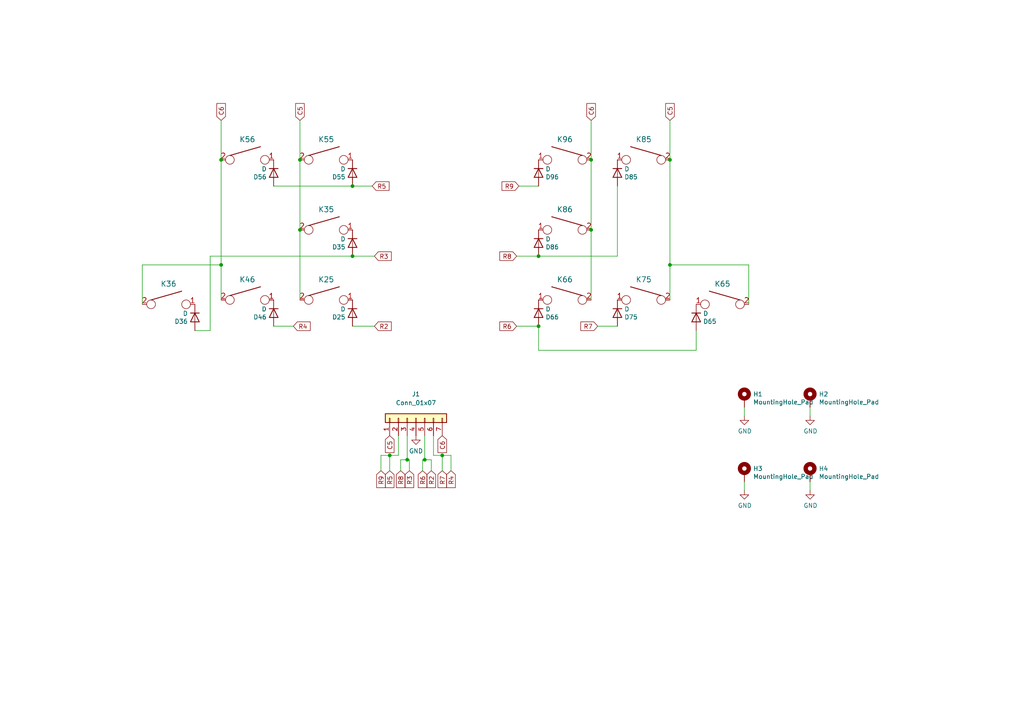
<source format=kicad_sch>
(kicad_sch (version 20230121) (generator eeschema)

  (uuid 3e437511-6be1-4773-a7fa-7edd68f79acf)

  (paper "A4")

  (lib_symbols
    (symbol "Connector_Generic:Conn_01x07" (pin_names (offset 1.016) hide) (in_bom yes) (on_board yes)
      (property "Reference" "J" (at 0 10.16 0)
        (effects (font (size 1.27 1.27)))
      )
      (property "Value" "Conn_01x07" (at 0 -10.16 0)
        (effects (font (size 1.27 1.27)))
      )
      (property "Footprint" "" (at 0 0 0)
        (effects (font (size 1.27 1.27)) hide)
      )
      (property "Datasheet" "~" (at 0 0 0)
        (effects (font (size 1.27 1.27)) hide)
      )
      (property "ki_keywords" "connector" (at 0 0 0)
        (effects (font (size 1.27 1.27)) hide)
      )
      (property "ki_description" "Generic connector, single row, 01x07, script generated (kicad-library-utils/schlib/autogen/connector/)" (at 0 0 0)
        (effects (font (size 1.27 1.27)) hide)
      )
      (property "ki_fp_filters" "Connector*:*_1x??_*" (at 0 0 0)
        (effects (font (size 1.27 1.27)) hide)
      )
      (symbol "Conn_01x07_1_1"
        (rectangle (start -1.27 -7.493) (end 0 -7.747)
          (stroke (width 0.1524) (type default))
          (fill (type none))
        )
        (rectangle (start -1.27 -4.953) (end 0 -5.207)
          (stroke (width 0.1524) (type default))
          (fill (type none))
        )
        (rectangle (start -1.27 -2.413) (end 0 -2.667)
          (stroke (width 0.1524) (type default))
          (fill (type none))
        )
        (rectangle (start -1.27 0.127) (end 0 -0.127)
          (stroke (width 0.1524) (type default))
          (fill (type none))
        )
        (rectangle (start -1.27 2.667) (end 0 2.413)
          (stroke (width 0.1524) (type default))
          (fill (type none))
        )
        (rectangle (start -1.27 5.207) (end 0 4.953)
          (stroke (width 0.1524) (type default))
          (fill (type none))
        )
        (rectangle (start -1.27 7.747) (end 0 7.493)
          (stroke (width 0.1524) (type default))
          (fill (type none))
        )
        (rectangle (start -1.27 8.89) (end 1.27 -8.89)
          (stroke (width 0.254) (type default))
          (fill (type background))
        )
        (pin passive line (at -5.08 7.62 0) (length 3.81)
          (name "Pin_1" (effects (font (size 1.27 1.27))))
          (number "1" (effects (font (size 1.27 1.27))))
        )
        (pin passive line (at -5.08 5.08 0) (length 3.81)
          (name "Pin_2" (effects (font (size 1.27 1.27))))
          (number "2" (effects (font (size 1.27 1.27))))
        )
        (pin passive line (at -5.08 2.54 0) (length 3.81)
          (name "Pin_3" (effects (font (size 1.27 1.27))))
          (number "3" (effects (font (size 1.27 1.27))))
        )
        (pin passive line (at -5.08 0 0) (length 3.81)
          (name "Pin_4" (effects (font (size 1.27 1.27))))
          (number "4" (effects (font (size 1.27 1.27))))
        )
        (pin passive line (at -5.08 -2.54 0) (length 3.81)
          (name "Pin_5" (effects (font (size 1.27 1.27))))
          (number "5" (effects (font (size 1.27 1.27))))
        )
        (pin passive line (at -5.08 -5.08 0) (length 3.81)
          (name "Pin_6" (effects (font (size 1.27 1.27))))
          (number "6" (effects (font (size 1.27 1.27))))
        )
        (pin passive line (at -5.08 -7.62 0) (length 3.81)
          (name "Pin_7" (effects (font (size 1.27 1.27))))
          (number "7" (effects (font (size 1.27 1.27))))
        )
      )
    )
    (symbol "Device:D" (pin_numbers hide) (pin_names (offset 1.016) hide) (in_bom yes) (on_board yes)
      (property "Reference" "D" (at 0 2.54 0)
        (effects (font (size 1.27 1.27)))
      )
      (property "Value" "D" (at 0 -2.54 0)
        (effects (font (size 1.27 1.27)))
      )
      (property "Footprint" "" (at 0 0 0)
        (effects (font (size 1.27 1.27)) hide)
      )
      (property "Datasheet" "~" (at 0 0 0)
        (effects (font (size 1.27 1.27)) hide)
      )
      (property "ki_keywords" "diode" (at 0 0 0)
        (effects (font (size 1.27 1.27)) hide)
      )
      (property "ki_description" "Diode" (at 0 0 0)
        (effects (font (size 1.27 1.27)) hide)
      )
      (property "ki_fp_filters" "TO-???* *_Diode_* *SingleDiode* D_*" (at 0 0 0)
        (effects (font (size 1.27 1.27)) hide)
      )
      (symbol "D_0_1"
        (polyline
          (pts
            (xy -1.27 1.27)
            (xy -1.27 -1.27)
          )
          (stroke (width 0.254) (type default))
          (fill (type none))
        )
        (polyline
          (pts
            (xy 1.27 0)
            (xy -1.27 0)
          )
          (stroke (width 0) (type default))
          (fill (type none))
        )
        (polyline
          (pts
            (xy 1.27 1.27)
            (xy 1.27 -1.27)
            (xy -1.27 0)
            (xy 1.27 1.27)
          )
          (stroke (width 0.254) (type default))
          (fill (type none))
        )
      )
      (symbol "D_1_1"
        (pin passive line (at -3.81 0 0) (length 2.54)
          (name "K" (effects (font (size 1.27 1.27))))
          (number "1" (effects (font (size 1.27 1.27))))
        )
        (pin passive line (at 3.81 0 180) (length 2.54)
          (name "A" (effects (font (size 1.27 1.27))))
          (number "2" (effects (font (size 1.27 1.27))))
        )
      )
    )
    (symbol "Mechanical:MountingHole_Pad" (pin_numbers hide) (pin_names (offset 1.016) hide) (in_bom yes) (on_board yes)
      (property "Reference" "H" (at 0 6.35 0)
        (effects (font (size 1.27 1.27)))
      )
      (property "Value" "MountingHole_Pad" (at 0 4.445 0)
        (effects (font (size 1.27 1.27)))
      )
      (property "Footprint" "" (at 0 0 0)
        (effects (font (size 1.27 1.27)) hide)
      )
      (property "Datasheet" "~" (at 0 0 0)
        (effects (font (size 1.27 1.27)) hide)
      )
      (property "ki_keywords" "mounting hole" (at 0 0 0)
        (effects (font (size 1.27 1.27)) hide)
      )
      (property "ki_description" "Mounting Hole with connection" (at 0 0 0)
        (effects (font (size 1.27 1.27)) hide)
      )
      (property "ki_fp_filters" "MountingHole*Pad*" (at 0 0 0)
        (effects (font (size 1.27 1.27)) hide)
      )
      (symbol "MountingHole_Pad_0_1"
        (circle (center 0 1.27) (radius 1.27)
          (stroke (width 1.27) (type default))
          (fill (type none))
        )
      )
      (symbol "MountingHole_Pad_1_1"
        (pin input line (at 0 -2.54 90) (length 2.54)
          (name "1" (effects (font (size 1.27 1.27))))
          (number "1" (effects (font (size 1.27 1.27))))
        )
      )
    )
    (symbol "keyboard_parts:KEYSW" (pin_names (offset 1.016)) (in_bom yes) (on_board yes)
      (property "Reference" "K?" (at -1.27 0 0)
        (effects (font (size 1.524 1.524)))
      )
      (property "Value" "KEYSW" (at 0 -2.54 0)
        (effects (font (size 1.524 1.524)) hide)
      )
      (property "Footprint" "" (at 0 0 0)
        (effects (font (size 1.524 1.524)))
      )
      (property "Datasheet" "" (at 0 0 0)
        (effects (font (size 1.524 1.524)))
      )
      (symbol "KEYSW_0_1"
        (circle (center -5.08 0) (radius 1.27)
          (stroke (width 0) (type default))
          (fill (type none))
        )
        (polyline
          (pts
            (xy -5.08 1.27)
            (xy 3.81 3.81)
          )
          (stroke (width 0.254) (type default))
          (fill (type none))
        )
        (circle (center 5.08 0) (radius 1.27)
          (stroke (width 0) (type default))
          (fill (type none))
        )
      )
      (symbol "KEYSW_1_1"
        (pin passive line (at 7.62 0 180) (length 1.27)
          (name "~" (effects (font (size 1.524 1.524))))
          (number "1" (effects (font (size 1.524 1.524))))
        )
        (pin passive line (at -7.62 0 0) (length 1.27)
          (name "~" (effects (font (size 1.524 1.524))))
          (number "2" (effects (font (size 1.524 1.524))))
        )
      )
    )
    (symbol "power:GND" (power) (pin_names (offset 0)) (in_bom yes) (on_board yes)
      (property "Reference" "#PWR" (at 0 -6.35 0)
        (effects (font (size 1.27 1.27)) hide)
      )
      (property "Value" "GND" (at 0 -3.81 0)
        (effects (font (size 1.27 1.27)))
      )
      (property "Footprint" "" (at 0 0 0)
        (effects (font (size 1.27 1.27)) hide)
      )
      (property "Datasheet" "" (at 0 0 0)
        (effects (font (size 1.27 1.27)) hide)
      )
      (property "ki_keywords" "power-flag" (at 0 0 0)
        (effects (font (size 1.27 1.27)) hide)
      )
      (property "ki_description" "Power symbol creates a global label with name \"GND\" , ground" (at 0 0 0)
        (effects (font (size 1.27 1.27)) hide)
      )
      (symbol "GND_0_1"
        (polyline
          (pts
            (xy 0 0)
            (xy 0 -1.27)
            (xy 1.27 -1.27)
            (xy 0 -2.54)
            (xy -1.27 -1.27)
            (xy 0 -1.27)
          )
          (stroke (width 0) (type default))
          (fill (type none))
        )
      )
      (symbol "GND_1_1"
        (pin power_in line (at 0 0 270) (length 0) hide
          (name "GND" (effects (font (size 1.27 1.27))))
          (number "1" (effects (font (size 1.27 1.27))))
        )
      )
    )
  )

  (junction (at 86.995 66.675) (diameter 0) (color 0 0 0 0)
    (uuid 01a93185-94ed-4b8d-87d8-54ef851c9ed5)
  )
  (junction (at 102.235 53.975) (diameter 0) (color 0 0 0 0)
    (uuid 425bb93e-7e8d-4c48-b25f-f887b61bbf45)
  )
  (junction (at 171.45 66.675) (diameter 0) (color 0 0 0 0)
    (uuid 483c7c3c-c940-4579-af6a-f98f0fcf2066)
  )
  (junction (at 171.45 46.355) (diameter 0) (color 0 0 0 0)
    (uuid 593695e1-3a02-420f-8766-040f87b26c7a)
  )
  (junction (at 123.19 133.35) (diameter 0) (color 0 0 0 0)
    (uuid 5ca403d2-ed33-43db-b510-0d3744071af8)
  )
  (junction (at 86.995 46.355) (diameter 0) (color 0 0 0 0)
    (uuid 63e991ca-c131-4014-b59d-f333ac19b18b)
  )
  (junction (at 64.135 76.835) (diameter 0) (color 0 0 0 0)
    (uuid 680bbee7-47ed-4723-a069-de0921f15186)
  )
  (junction (at 102.235 74.295) (diameter 0) (color 0 0 0 0)
    (uuid 68844bbe-0a9f-4240-a9c4-86363e040db8)
  )
  (junction (at 64.135 46.355) (diameter 0) (color 0 0 0 0)
    (uuid 6b296588-4c30-40d5-a51a-35aaf17fa204)
  )
  (junction (at 156.21 74.295) (diameter 0) (color 0 0 0 0)
    (uuid 7a38bd8d-6275-4ae9-bad1-dc1551899937)
  )
  (junction (at 194.31 76.835) (diameter 0) (color 0 0 0 0)
    (uuid 8ee222c0-b184-425e-9c93-9bfdb1cacd0c)
  )
  (junction (at 156.21 94.615) (diameter 0) (color 0 0 0 0)
    (uuid 9026acd2-ee52-44e0-a13d-3b9b18c405e6)
  )
  (junction (at 128.27 132.08) (diameter 0) (color 0 0 0 0)
    (uuid aab3b7ce-9954-4079-8b8e-c9cc209b9eea)
  )
  (junction (at 194.31 46.355) (diameter 0) (color 0 0 0 0)
    (uuid c32d2653-bbad-494c-a22b-7f1926ab703b)
  )
  (junction (at 118.11 133.35) (diameter 0) (color 0 0 0 0)
    (uuid c61634ce-7ce5-49ea-bf95-a32162c6a854)
  )
  (junction (at 113.03 132.08) (diameter 0) (color 0 0 0 0)
    (uuid e91351c7-20e7-4a7f-b1c5-ae905f9264b6)
  )

  (wire (pts (xy 118.745 136.525) (xy 118.745 133.35))
    (stroke (width 0) (type default))
    (uuid 0550f73f-2cae-434e-867b-f088f7d51d2b)
  )
  (wire (pts (xy 64.135 46.355) (xy 64.135 76.835))
    (stroke (width 0) (type default))
    (uuid 0b02a53d-bff1-4d94-881a-38bb062ded6e)
  )
  (wire (pts (xy 122.555 133.35) (xy 123.19 133.35))
    (stroke (width 0) (type default))
    (uuid 0ba567bd-b2a5-44cd-9bdc-748c2c311c54)
  )
  (wire (pts (xy 118.11 133.35) (xy 116.205 133.35))
    (stroke (width 0) (type default))
    (uuid 19c3b027-9d54-45a8-8529-f5274eb91c37)
  )
  (wire (pts (xy 86.995 46.355) (xy 86.995 66.675))
    (stroke (width 0) (type default))
    (uuid 1bc40256-be12-4bdf-978e-9b5766024e3d)
  )
  (wire (pts (xy 201.93 101.6) (xy 156.21 101.6))
    (stroke (width 0) (type default))
    (uuid 22ef5f18-9862-4ea4-87db-3171f8a6cc36)
  )
  (wire (pts (xy 123.19 126.365) (xy 123.19 133.35))
    (stroke (width 0) (type default))
    (uuid 28e9d718-bbba-4004-a19a-329900b8a462)
  )
  (wire (pts (xy 118.11 126.365) (xy 118.11 133.35))
    (stroke (width 0) (type default))
    (uuid 29eb8d08-3243-4700-8d81-db24338e380c)
  )
  (wire (pts (xy 179.07 94.615) (xy 173.355 94.615))
    (stroke (width 0) (type default))
    (uuid 2e413076-94ce-47f9-8e63-dad431e98214)
  )
  (wire (pts (xy 179.07 74.295) (xy 156.21 74.295))
    (stroke (width 0) (type default))
    (uuid 313cf52d-ac37-445f-b724-ff3ae737ba2a)
  )
  (wire (pts (xy 125.73 126.365) (xy 125.73 132.08))
    (stroke (width 0) (type default))
    (uuid 3d53b020-d0d1-4004-acdb-2cd2b13eabed)
  )
  (wire (pts (xy 171.45 66.675) (xy 171.45 86.995))
    (stroke (width 0) (type default))
    (uuid 3e554540-6fbe-414d-ba76-39d0bbd9065a)
  )
  (wire (pts (xy 156.21 53.975) (xy 150.495 53.975))
    (stroke (width 0) (type default))
    (uuid 403401b0-ce7c-4b57-98a8-e34b3d27e3c0)
  )
  (wire (pts (xy 156.21 94.615) (xy 149.86 94.615))
    (stroke (width 0) (type default))
    (uuid 410f443c-db2c-4172-9c54-0cbaf4a1458d)
  )
  (wire (pts (xy 128.27 132.08) (xy 130.81 132.08))
    (stroke (width 0) (type default))
    (uuid 429d33c0-e088-491e-8921-94bbeea1f74f)
  )
  (wire (pts (xy 130.81 136.525) (xy 130.81 132.08))
    (stroke (width 0) (type default))
    (uuid 4da39bb4-2d9c-40cd-87c6-b36894a02206)
  )
  (wire (pts (xy 215.9 139.7) (xy 215.9 142.24))
    (stroke (width 0) (type default))
    (uuid 5969b2e9-fe7f-474c-bc40-cd1a2c79045f)
  )
  (wire (pts (xy 128.27 132.08) (xy 128.27 136.525))
    (stroke (width 0) (type default))
    (uuid 5cb0094c-bab9-4fe3-9ff3-d42dc28191e5)
  )
  (wire (pts (xy 125.095 133.35) (xy 125.095 136.525))
    (stroke (width 0) (type default))
    (uuid 5cfd468d-2f00-4412-a17c-61d6ea7a7cb8)
  )
  (wire (pts (xy 215.9 118.11) (xy 215.9 120.65))
    (stroke (width 0) (type default))
    (uuid 63fe1be9-8e12-4964-8072-1ccbf30a96dc)
  )
  (wire (pts (xy 118.11 133.35) (xy 118.745 133.35))
    (stroke (width 0) (type default))
    (uuid 67c0d61a-8f60-4fce-97c2-052e8971ad97)
  )
  (wire (pts (xy 171.45 34.925) (xy 171.45 46.355))
    (stroke (width 0) (type default))
    (uuid 67fcd8a4-67de-4f7d-b262-4c8a33e62f61)
  )
  (wire (pts (xy 64.135 46.355) (xy 64.135 34.925))
    (stroke (width 0) (type default))
    (uuid 6e61d97f-57fa-4c3b-a5c4-472595e01205)
  )
  (wire (pts (xy 41.275 76.835) (xy 64.135 76.835))
    (stroke (width 0) (type default))
    (uuid 6f525ea7-783d-4042-9970-7aebf68e9fc6)
  )
  (wire (pts (xy 86.995 34.925) (xy 86.995 46.355))
    (stroke (width 0) (type default))
    (uuid 6fe632b6-c5df-47ef-85bc-823da35a8ac3)
  )
  (wire (pts (xy 113.03 132.08) (xy 113.03 136.525))
    (stroke (width 0) (type default))
    (uuid 7b266383-6b1c-4298-824e-622bf4905c96)
  )
  (wire (pts (xy 123.19 133.35) (xy 125.095 133.35))
    (stroke (width 0) (type default))
    (uuid 7cbd4962-4f9f-46ef-b634-a0c39c22886e)
  )
  (wire (pts (xy 217.17 88.265) (xy 217.17 76.835))
    (stroke (width 0) (type default))
    (uuid 7d62645a-10df-41c9-b23c-244242394585)
  )
  (wire (pts (xy 179.07 53.975) (xy 179.07 74.295))
    (stroke (width 0) (type default))
    (uuid 80450fc6-4ebe-4e25-926a-9361efe51d6c)
  )
  (wire (pts (xy 102.235 94.615) (xy 108.585 94.615))
    (stroke (width 0) (type default))
    (uuid 844160dc-c00b-4a04-881d-53adda05dea4)
  )
  (wire (pts (xy 201.93 95.885) (xy 201.93 101.6))
    (stroke (width 0) (type default))
    (uuid 8895df64-2cd4-4a74-b6de-b9f4cf680104)
  )
  (wire (pts (xy 122.555 136.525) (xy 122.555 133.35))
    (stroke (width 0) (type default))
    (uuid 97526b73-6f24-427e-9761-e7ffe7b69cee)
  )
  (wire (pts (xy 194.31 76.835) (xy 194.31 86.995))
    (stroke (width 0) (type default))
    (uuid a0b48c5b-3efa-43a0-b23d-12158d116c41)
  )
  (wire (pts (xy 125.73 132.08) (xy 128.27 132.08))
    (stroke (width 0) (type default))
    (uuid ae25d30b-b3b5-43bb-a571-d5c2c882e76f)
  )
  (wire (pts (xy 156.21 74.295) (xy 149.86 74.295))
    (stroke (width 0) (type default))
    (uuid ae64fed0-3670-4473-834a-14bba4acec24)
  )
  (wire (pts (xy 60.96 95.885) (xy 56.515 95.885))
    (stroke (width 0) (type default))
    (uuid b138ae1b-605f-467c-b708-887d1e88d3b2)
  )
  (wire (pts (xy 60.96 74.295) (xy 60.96 95.885))
    (stroke (width 0) (type default))
    (uuid b7fa9283-9863-4ed0-8bb1-3bcbadd48b99)
  )
  (wire (pts (xy 110.49 136.525) (xy 110.49 132.08))
    (stroke (width 0) (type default))
    (uuid bb8ec69c-98dc-4a91-a76e-e3e88e33eab7)
  )
  (wire (pts (xy 41.275 88.265) (xy 41.275 76.835))
    (stroke (width 0) (type default))
    (uuid bd961374-6f55-4b4e-ae09-770ebdf0e3b3)
  )
  (wire (pts (xy 86.995 66.675) (xy 86.995 86.995))
    (stroke (width 0) (type default))
    (uuid c4f404ac-4cae-4715-9492-0b72305f1ee2)
  )
  (wire (pts (xy 234.95 118.11) (xy 234.95 120.65))
    (stroke (width 0) (type default))
    (uuid c8852811-8498-41f9-84cb-25de33198e75)
  )
  (wire (pts (xy 217.17 76.835) (xy 194.31 76.835))
    (stroke (width 0) (type default))
    (uuid cbd5a328-9387-4302-9456-852da8906499)
  )
  (wire (pts (xy 79.375 53.975) (xy 102.235 53.975))
    (stroke (width 0) (type default))
    (uuid ccb89356-bcea-45dc-ad5b-50ca99b04257)
  )
  (wire (pts (xy 116.205 133.35) (xy 116.205 136.525))
    (stroke (width 0) (type default))
    (uuid d028c2f7-92bd-490b-a2a6-7ce5f39576e1)
  )
  (wire (pts (xy 171.45 46.355) (xy 171.45 66.675))
    (stroke (width 0) (type default))
    (uuid d0386da2-3873-45e6-b899-c42bdb6f4382)
  )
  (wire (pts (xy 102.235 74.295) (xy 108.585 74.295))
    (stroke (width 0) (type default))
    (uuid d28b6368-720a-4812-a377-ee9de4a6a2f4)
  )
  (wire (pts (xy 79.375 94.615) (xy 85.09 94.615))
    (stroke (width 0) (type default))
    (uuid d3b80f42-6863-43f2-918b-1a3434e0c169)
  )
  (wire (pts (xy 194.31 46.355) (xy 194.31 34.925))
    (stroke (width 0) (type default))
    (uuid d6c3b96d-06f8-43fc-af62-66cedc7072d4)
  )
  (wire (pts (xy 102.235 53.975) (xy 107.95 53.975))
    (stroke (width 0) (type default))
    (uuid d9bad2e2-b87e-4fa2-9765-644f1b16e09d)
  )
  (wire (pts (xy 234.95 139.7) (xy 234.95 142.24))
    (stroke (width 0) (type default))
    (uuid de0a6c4b-5cc8-4a99-910e-b49882e09e05)
  )
  (wire (pts (xy 156.21 101.6) (xy 156.21 94.615))
    (stroke (width 0) (type default))
    (uuid df3e7d33-52e8-45df-be50-66c5f62d5d16)
  )
  (wire (pts (xy 194.31 46.355) (xy 194.31 76.835))
    (stroke (width 0) (type default))
    (uuid e23284c8-c82c-4705-940b-1d1df1430ecb)
  )
  (wire (pts (xy 102.235 74.295) (xy 60.96 74.295))
    (stroke (width 0) (type default))
    (uuid e845eb48-ea0e-4bde-b4f1-0571a87f8605)
  )
  (wire (pts (xy 115.57 132.08) (xy 113.03 132.08))
    (stroke (width 0) (type default))
    (uuid f81374e5-3766-484c-a814-417230d1baf0)
  )
  (wire (pts (xy 64.135 76.835) (xy 64.135 86.995))
    (stroke (width 0) (type default))
    (uuid f8aefc04-5c6f-4d10-9064-4120b3a340a4)
  )
  (wire (pts (xy 115.57 126.365) (xy 115.57 132.08))
    (stroke (width 0) (type default))
    (uuid fb1d0f64-2511-450d-b2c4-522239490768)
  )
  (wire (pts (xy 110.49 132.08) (xy 113.03 132.08))
    (stroke (width 0) (type default))
    (uuid fcb68093-08cf-4a92-a800-3eef374316ac)
  )

  (global_label "R5" (shape input) (at 107.95 53.975 0) (fields_autoplaced)
    (effects (font (size 1.27 1.27)) (justify left))
    (uuid 0a766b85-e5a2-4c3c-94e0-d3e9b76ff47d)
    (property "Intersheetrefs" "${INTERSHEET_REFS}" (at 112.7537 53.8956 0)
      (effects (font (size 1.27 1.27)) (justify left) hide)
    )
  )
  (global_label "C5" (shape input) (at 194.31 34.925 90) (fields_autoplaced)
    (effects (font (size 1.27 1.27)) (justify left))
    (uuid 0c9a3e59-d5a1-4869-8232-dc99046181ca)
    (property "Intersheetrefs" "${INTERSHEET_REFS}" (at 194.2306 30.1213 90)
      (effects (font (size 1.27 1.27)) (justify left) hide)
    )
  )
  (global_label "R7" (shape input) (at 173.355 94.615 180) (fields_autoplaced)
    (effects (font (size 1.27 1.27)) (justify right))
    (uuid 1a691381-5e34-44bf-9bde-7977c0086d87)
    (property "Intersheetrefs" "${INTERSHEET_REFS}" (at 168.5513 94.5356 0)
      (effects (font (size 1.27 1.27)) (justify right) hide)
    )
  )
  (global_label "R6" (shape input) (at 149.86 94.615 180) (fields_autoplaced)
    (effects (font (size 1.27 1.27)) (justify right))
    (uuid 1b41171b-f51c-4af5-8dcd-dc9224a6e431)
    (property "Intersheetrefs" "${INTERSHEET_REFS}" (at 145.0563 94.5356 0)
      (effects (font (size 1.27 1.27)) (justify right) hide)
    )
  )
  (global_label "C6" (shape input) (at 128.27 126.365 270) (fields_autoplaced)
    (effects (font (size 1.27 1.27)) (justify right))
    (uuid 1e4f9536-bbb0-4fb1-9b61-ffb75483e1bb)
    (property "Intersheetrefs" "${INTERSHEET_REFS}" (at 128.1906 131.1687 90)
      (effects (font (size 1.27 1.27)) (justify right) hide)
    )
  )
  (global_label "R8" (shape input) (at 116.205 136.525 270) (fields_autoplaced)
    (effects (font (size 1.27 1.27)) (justify right))
    (uuid 2134aeb9-a9c8-4f8b-b76f-850ce7f73276)
    (property "Intersheetrefs" "${INTERSHEET_REFS}" (at 116.1256 141.3287 90)
      (effects (font (size 1.27 1.27)) (justify right) hide)
    )
  )
  (global_label "R2" (shape input) (at 125.095 136.525 270) (fields_autoplaced)
    (effects (font (size 1.27 1.27)) (justify right))
    (uuid 21d942d1-2cff-4306-937e-339753abf92e)
    (property "Intersheetrefs" "${INTERSHEET_REFS}" (at 125.0156 141.3287 90)
      (effects (font (size 1.27 1.27)) (justify right) hide)
    )
  )
  (global_label "C5" (shape input) (at 86.995 34.925 90) (fields_autoplaced)
    (effects (font (size 1.27 1.27)) (justify left))
    (uuid 2ec2cdd3-326a-4375-baa8-e8d2117fefa6)
    (property "Intersheetrefs" "${INTERSHEET_REFS}" (at 86.9156 30.1213 90)
      (effects (font (size 1.27 1.27)) (justify left) hide)
    )
  )
  (global_label "R4" (shape input) (at 85.09 94.615 0) (fields_autoplaced)
    (effects (font (size 1.27 1.27)) (justify left))
    (uuid 3d9740eb-bc54-4a37-8c65-e8d1d8d4188d)
    (property "Intersheetrefs" "${INTERSHEET_REFS}" (at 89.8937 94.5356 0)
      (effects (font (size 1.27 1.27)) (justify left) hide)
    )
  )
  (global_label "R3" (shape input) (at 108.585 74.295 0) (fields_autoplaced)
    (effects (font (size 1.27 1.27)) (justify left))
    (uuid 57054b3f-12b5-4f1f-9a07-29d91a833db2)
    (property "Intersheetrefs" "${INTERSHEET_REFS}" (at 113.3887 74.2156 0)
      (effects (font (size 1.27 1.27)) (justify left) hide)
    )
  )
  (global_label "R4" (shape input) (at 130.81 136.525 270) (fields_autoplaced)
    (effects (font (size 1.27 1.27)) (justify right))
    (uuid 5b103342-6a99-412f-ba4e-1077df6c83ba)
    (property "Intersheetrefs" "${INTERSHEET_REFS}" (at 130.8894 141.3287 90)
      (effects (font (size 1.27 1.27)) (justify right) hide)
    )
  )
  (global_label "C6" (shape input) (at 64.135 34.925 90) (fields_autoplaced)
    (effects (font (size 1.27 1.27)) (justify left))
    (uuid 6e7d01a8-a82b-4f35-9877-2e97af017dcb)
    (property "Intersheetrefs" "${INTERSHEET_REFS}" (at 64.0556 30.1213 90)
      (effects (font (size 1.27 1.27)) (justify left) hide)
    )
  )
  (global_label "R7" (shape input) (at 128.27 136.525 270) (fields_autoplaced)
    (effects (font (size 1.27 1.27)) (justify right))
    (uuid 7ac9541d-f537-4b78-977b-7c31a11b28eb)
    (property "Intersheetrefs" "${INTERSHEET_REFS}" (at 128.1906 141.3287 90)
      (effects (font (size 1.27 1.27)) (justify right) hide)
    )
  )
  (global_label "R8" (shape input) (at 149.86 74.295 180) (fields_autoplaced)
    (effects (font (size 1.27 1.27)) (justify right))
    (uuid 85d71a0a-eaa9-4541-b0d4-7d3cd35989ad)
    (property "Intersheetrefs" "${INTERSHEET_REFS}" (at 145.0563 74.2156 0)
      (effects (font (size 1.27 1.27)) (justify right) hide)
    )
  )
  (global_label "R2" (shape input) (at 108.585 94.615 0) (fields_autoplaced)
    (effects (font (size 1.27 1.27)) (justify left))
    (uuid a261ecb8-39d8-4703-9445-31e5e303ca0f)
    (property "Intersheetrefs" "${INTERSHEET_REFS}" (at 113.3887 94.5356 0)
      (effects (font (size 1.27 1.27)) (justify left) hide)
    )
  )
  (global_label "R6" (shape input) (at 122.555 136.525 270) (fields_autoplaced)
    (effects (font (size 1.27 1.27)) (justify right))
    (uuid aacd1342-57df-4bc4-a751-586acbf7982e)
    (property "Intersheetrefs" "${INTERSHEET_REFS}" (at 122.4756 141.3287 90)
      (effects (font (size 1.27 1.27)) (justify right) hide)
    )
  )
  (global_label "R3" (shape input) (at 118.745 136.525 270) (fields_autoplaced)
    (effects (font (size 1.27 1.27)) (justify right))
    (uuid b3396ba8-e399-4cd3-90eb-53b77b0276c5)
    (property "Intersheetrefs" "${INTERSHEET_REFS}" (at 118.6656 141.3287 90)
      (effects (font (size 1.27 1.27)) (justify right) hide)
    )
  )
  (global_label "C6" (shape input) (at 171.45 34.925 90) (fields_autoplaced)
    (effects (font (size 1.27 1.27)) (justify left))
    (uuid b3f9d33b-5876-45e8-880d-954df2171c31)
    (property "Intersheetrefs" "${INTERSHEET_REFS}" (at 171.3706 30.1213 90)
      (effects (font (size 1.27 1.27)) (justify left) hide)
    )
  )
  (global_label "R5" (shape input) (at 113.03 136.525 270) (fields_autoplaced)
    (effects (font (size 1.27 1.27)) (justify right))
    (uuid c75a5a26-cbf5-4524-9305-57db044e750f)
    (property "Intersheetrefs" "${INTERSHEET_REFS}" (at 112.9506 141.3287 90)
      (effects (font (size 1.27 1.27)) (justify right) hide)
    )
  )
  (global_label "R9" (shape input) (at 150.495 53.975 180) (fields_autoplaced)
    (effects (font (size 1.27 1.27)) (justify right))
    (uuid cd70a23a-7817-4914-9537-11acd65c463c)
    (property "Intersheetrefs" "${INTERSHEET_REFS}" (at 145.6913 53.8956 0)
      (effects (font (size 1.27 1.27)) (justify right) hide)
    )
  )
  (global_label "R9" (shape input) (at 110.49 136.525 270) (fields_autoplaced)
    (effects (font (size 1.27 1.27)) (justify right))
    (uuid ebebef09-58da-407d-85cc-44906ddc8806)
    (property "Intersheetrefs" "${INTERSHEET_REFS}" (at 110.4106 141.3287 90)
      (effects (font (size 1.27 1.27)) (justify right) hide)
    )
  )
  (global_label "C5" (shape input) (at 113.03 126.365 270) (fields_autoplaced)
    (effects (font (size 1.27 1.27)) (justify right))
    (uuid ee822d23-bf2e-4e16-8ebe-cfe09679a7d1)
    (property "Intersheetrefs" "${INTERSHEET_REFS}" (at 112.9506 131.1687 90)
      (effects (font (size 1.27 1.27)) (justify right) hide)
    )
  )

  (symbol (lib_id "keyboard_parts:KEYSW") (at 71.755 46.355 0) (unit 1)
    (in_bom yes) (on_board yes) (dnp no)
    (uuid 00000000-0000-0000-0000-00005dd7ef47)
    (property "Reference" "K56" (at 71.755 40.4368 0)
      (effects (font (size 1.524 1.524)))
    )
    (property "Value" "KEYSW" (at 71.755 48.895 0)
      (effects (font (size 1.524 1.524)) hide)
    )
    (property "Footprint" "misc:MXOnly-1U-NoLED-twin" (at 71.755 46.355 0)
      (effects (font (size 1.524 1.524)) hide)
    )
    (property "Datasheet" "" (at 71.755 46.355 0)
      (effects (font (size 1.524 1.524)))
    )
    (pin "1" (uuid 6738dba8-7a2a-4d33-be4c-951fb38264cc))
    (pin "2" (uuid d3dd3402-56b3-41d1-be53-ebb5fc479494))
    (instances
      (project "kinbp-thumb-pcb"
        (path "/3e437511-6be1-4773-a7fa-7edd68f79acf"
          (reference "K56") (unit 1)
        )
      )
    )
  )

  (symbol (lib_id "Device:D") (at 79.375 50.165 270) (unit 1)
    (in_bom yes) (on_board yes) (dnp no)
    (uuid 00000000-0000-0000-0000-00005dd7f3f0)
    (property "Reference" "D56" (at 77.3684 51.3334 90)
      (effects (font (size 1.27 1.27)) (justify right))
    )
    (property "Value" "D" (at 77.3684 49.022 90)
      (effects (font (size 1.27 1.27)) (justify right))
    )
    (property "Footprint" "Diode_SMD:D_SOD-123" (at 79.375 50.165 0)
      (effects (font (size 1.27 1.27)) hide)
    )
    (property "Datasheet" "~" (at 79.375 50.165 0)
      (effects (font (size 1.27 1.27)) hide)
    )
    (pin "1" (uuid 864e29b6-d9c8-4587-92d6-5e833c8bc6e8))
    (pin "2" (uuid f1de5485-ea38-4c67-aa95-1bf8000dc449))
    (instances
      (project "kinbp-thumb-pcb"
        (path "/3e437511-6be1-4773-a7fa-7edd68f79acf"
          (reference "D56") (unit 1)
        )
      )
    )
  )

  (symbol (lib_id "keyboard_parts:KEYSW") (at 94.615 46.355 0) (unit 1)
    (in_bom yes) (on_board yes) (dnp no)
    (uuid 00000000-0000-0000-0000-00005dd7fba5)
    (property "Reference" "K55" (at 94.615 40.4368 0)
      (effects (font (size 1.524 1.524)))
    )
    (property "Value" "KEYSW" (at 94.615 48.895 0)
      (effects (font (size 1.524 1.524)) hide)
    )
    (property "Footprint" "misc:MXOnly-1U-NoLED-twin" (at 94.615 46.355 0)
      (effects (font (size 1.524 1.524)) hide)
    )
    (property "Datasheet" "" (at 94.615 46.355 0)
      (effects (font (size 1.524 1.524)))
    )
    (pin "1" (uuid 32ddea06-6f08-4a48-bfa2-04eb5fa829cf))
    (pin "2" (uuid 9c4f042d-f023-4d23-86f3-d9e9b6047b8b))
    (instances
      (project "kinbp-thumb-pcb"
        (path "/3e437511-6be1-4773-a7fa-7edd68f79acf"
          (reference "K55") (unit 1)
        )
      )
    )
  )

  (symbol (lib_id "Device:D") (at 102.235 50.165 270) (unit 1)
    (in_bom yes) (on_board yes) (dnp no)
    (uuid 00000000-0000-0000-0000-00005dd7fbaf)
    (property "Reference" "D55" (at 100.2284 51.3334 90)
      (effects (font (size 1.27 1.27)) (justify right))
    )
    (property "Value" "D" (at 100.2284 49.022 90)
      (effects (font (size 1.27 1.27)) (justify right))
    )
    (property "Footprint" "Diode_SMD:D_SOD-123" (at 102.235 50.165 0)
      (effects (font (size 1.27 1.27)) hide)
    )
    (property "Datasheet" "~" (at 102.235 50.165 0)
      (effects (font (size 1.27 1.27)) hide)
    )
    (pin "1" (uuid 262b7e28-8681-4779-99c1-6ce268ffdbae))
    (pin "2" (uuid 2c598f4d-46ce-4e47-ad9b-b9673c264626))
    (instances
      (project "kinbp-thumb-pcb"
        (path "/3e437511-6be1-4773-a7fa-7edd68f79acf"
          (reference "D55") (unit 1)
        )
      )
    )
  )

  (symbol (lib_id "keyboard_parts:KEYSW") (at 94.615 66.675 0) (unit 1)
    (in_bom yes) (on_board yes) (dnp no)
    (uuid 00000000-0000-0000-0000-00005dd8050b)
    (property "Reference" "K35" (at 94.615 60.7568 0)
      (effects (font (size 1.524 1.524)))
    )
    (property "Value" "KEYSW" (at 94.615 69.215 0)
      (effects (font (size 1.524 1.524)) hide)
    )
    (property "Footprint" "misc:MXOnly-1U-NoLED-twin" (at 94.615 66.675 0)
      (effects (font (size 1.524 1.524)) hide)
    )
    (property "Datasheet" "" (at 94.615 66.675 0)
      (effects (font (size 1.524 1.524)))
    )
    (pin "1" (uuid e401b4cf-0a37-46ff-a7d1-1530fc08de60))
    (pin "2" (uuid 739f46de-975b-42dd-8bd2-4c006be830f9))
    (instances
      (project "kinbp-thumb-pcb"
        (path "/3e437511-6be1-4773-a7fa-7edd68f79acf"
          (reference "K35") (unit 1)
        )
      )
    )
  )

  (symbol (lib_id "Device:D") (at 102.235 70.485 270) (unit 1)
    (in_bom yes) (on_board yes) (dnp no)
    (uuid 00000000-0000-0000-0000-00005dd80515)
    (property "Reference" "D35" (at 100.2284 71.6534 90)
      (effects (font (size 1.27 1.27)) (justify right))
    )
    (property "Value" "D" (at 100.2284 69.342 90)
      (effects (font (size 1.27 1.27)) (justify right))
    )
    (property "Footprint" "Diode_SMD:D_SOD-123" (at 102.235 70.485 0)
      (effects (font (size 1.27 1.27)) hide)
    )
    (property "Datasheet" "~" (at 102.235 70.485 0)
      (effects (font (size 1.27 1.27)) hide)
    )
    (pin "1" (uuid fefa0aab-aaf7-40bb-8e09-1fa5fb040c08))
    (pin "2" (uuid 29dbab5a-89b3-4931-ba3e-d3e605389a0e))
    (instances
      (project "kinbp-thumb-pcb"
        (path "/3e437511-6be1-4773-a7fa-7edd68f79acf"
          (reference "D35") (unit 1)
        )
      )
    )
  )

  (symbol (lib_id "Mechanical:MountingHole_Pad") (at 215.9 115.57 0) (unit 1)
    (in_bom yes) (on_board yes) (dnp no)
    (uuid 00000000-0000-0000-0000-00005faef9cc)
    (property "Reference" "H1" (at 218.44 114.3254 0)
      (effects (font (size 1.27 1.27)) (justify left))
    )
    (property "Value" "MountingHole_Pad" (at 218.44 116.6368 0)
      (effects (font (size 1.27 1.27)) (justify left))
    )
    (property "Footprint" "MountingHole:MountingHole_3.7mm_Pad" (at 215.9 115.57 0)
      (effects (font (size 1.27 1.27)) hide)
    )
    (property "Datasheet" "~" (at 215.9 115.57 0)
      (effects (font (size 1.27 1.27)) hide)
    )
    (pin "1" (uuid a9244e34-dc5c-4e69-af35-eddf617c93ee))
    (instances
      (project "kinbp-thumb-pcb"
        (path "/3e437511-6be1-4773-a7fa-7edd68f79acf"
          (reference "H1") (unit 1)
        )
      )
    )
  )

  (symbol (lib_id "power:GND") (at 215.9 120.65 0) (unit 1)
    (in_bom yes) (on_board yes) (dnp no)
    (uuid 00000000-0000-0000-0000-00005faf005c)
    (property "Reference" "#PWR01" (at 215.9 127 0)
      (effects (font (size 1.27 1.27)) hide)
    )
    (property "Value" "GND" (at 216.027 125.0442 0)
      (effects (font (size 1.27 1.27)))
    )
    (property "Footprint" "" (at 215.9 120.65 0)
      (effects (font (size 1.27 1.27)) hide)
    )
    (property "Datasheet" "" (at 215.9 120.65 0)
      (effects (font (size 1.27 1.27)) hide)
    )
    (pin "1" (uuid d295bbca-9ff4-405c-855f-fe4ddffb091b))
    (instances
      (project "kinbp-thumb-pcb"
        (path "/3e437511-6be1-4773-a7fa-7edd68f79acf"
          (reference "#PWR01") (unit 1)
        )
      )
    )
  )

  (symbol (lib_id "Mechanical:MountingHole_Pad") (at 234.95 115.57 0) (unit 1)
    (in_bom yes) (on_board yes) (dnp no)
    (uuid 00000000-0000-0000-0000-00005faf0725)
    (property "Reference" "H2" (at 237.49 114.3254 0)
      (effects (font (size 1.27 1.27)) (justify left))
    )
    (property "Value" "MountingHole_Pad" (at 237.49 116.6368 0)
      (effects (font (size 1.27 1.27)) (justify left))
    )
    (property "Footprint" "MountingHole:MountingHole_3.7mm_Pad" (at 234.95 115.57 0)
      (effects (font (size 1.27 1.27)) hide)
    )
    (property "Datasheet" "~" (at 234.95 115.57 0)
      (effects (font (size 1.27 1.27)) hide)
    )
    (pin "1" (uuid f97ad018-99d0-4222-8cd6-bdba3a7b5839))
    (instances
      (project "kinbp-thumb-pcb"
        (path "/3e437511-6be1-4773-a7fa-7edd68f79acf"
          (reference "H2") (unit 1)
        )
      )
    )
  )

  (symbol (lib_id "power:GND") (at 234.95 120.65 0) (unit 1)
    (in_bom yes) (on_board yes) (dnp no)
    (uuid 00000000-0000-0000-0000-00005faf0877)
    (property "Reference" "#PWR02" (at 234.95 127 0)
      (effects (font (size 1.27 1.27)) hide)
    )
    (property "Value" "GND" (at 235.077 125.0442 0)
      (effects (font (size 1.27 1.27)))
    )
    (property "Footprint" "" (at 234.95 120.65 0)
      (effects (font (size 1.27 1.27)) hide)
    )
    (property "Datasheet" "" (at 234.95 120.65 0)
      (effects (font (size 1.27 1.27)) hide)
    )
    (pin "1" (uuid 908b11af-ccb2-4c46-af78-927dae52dbca))
    (instances
      (project "kinbp-thumb-pcb"
        (path "/3e437511-6be1-4773-a7fa-7edd68f79acf"
          (reference "#PWR02") (unit 1)
        )
      )
    )
  )

  (symbol (lib_id "Mechanical:MountingHole_Pad") (at 215.9 137.16 0) (unit 1)
    (in_bom yes) (on_board yes) (dnp no)
    (uuid 00000000-0000-0000-0000-00005faf0ebb)
    (property "Reference" "H3" (at 218.44 135.9154 0)
      (effects (font (size 1.27 1.27)) (justify left))
    )
    (property "Value" "MountingHole_Pad" (at 218.44 138.2268 0)
      (effects (font (size 1.27 1.27)) (justify left))
    )
    (property "Footprint" "MountingHole:MountingHole_3.7mm_Pad" (at 215.9 137.16 0)
      (effects (font (size 1.27 1.27)) hide)
    )
    (property "Datasheet" "~" (at 215.9 137.16 0)
      (effects (font (size 1.27 1.27)) hide)
    )
    (pin "1" (uuid 179657be-95d4-453a-9e99-51d05b8fcd3f))
    (instances
      (project "kinbp-thumb-pcb"
        (path "/3e437511-6be1-4773-a7fa-7edd68f79acf"
          (reference "H3") (unit 1)
        )
      )
    )
  )

  (symbol (lib_id "power:GND") (at 215.9 142.24 0) (unit 1)
    (in_bom yes) (on_board yes) (dnp no)
    (uuid 00000000-0000-0000-0000-00005faf1027)
    (property "Reference" "#PWR03" (at 215.9 148.59 0)
      (effects (font (size 1.27 1.27)) hide)
    )
    (property "Value" "GND" (at 216.027 146.6342 0)
      (effects (font (size 1.27 1.27)))
    )
    (property "Footprint" "" (at 215.9 142.24 0)
      (effects (font (size 1.27 1.27)) hide)
    )
    (property "Datasheet" "" (at 215.9 142.24 0)
      (effects (font (size 1.27 1.27)) hide)
    )
    (pin "1" (uuid af1fb7e1-bf54-4b15-9ac2-3b643d80e088))
    (instances
      (project "kinbp-thumb-pcb"
        (path "/3e437511-6be1-4773-a7fa-7edd68f79acf"
          (reference "#PWR03") (unit 1)
        )
      )
    )
  )

  (symbol (lib_id "Mechanical:MountingHole_Pad") (at 234.95 137.16 0) (unit 1)
    (in_bom yes) (on_board yes) (dnp no)
    (uuid 00000000-0000-0000-0000-00005faf1032)
    (property "Reference" "H4" (at 237.49 135.9154 0)
      (effects (font (size 1.27 1.27)) (justify left))
    )
    (property "Value" "MountingHole_Pad" (at 237.49 138.2268 0)
      (effects (font (size 1.27 1.27)) (justify left))
    )
    (property "Footprint" "MountingHole:MountingHole_3.7mm_Pad" (at 234.95 137.16 0)
      (effects (font (size 1.27 1.27)) hide)
    )
    (property "Datasheet" "~" (at 234.95 137.16 0)
      (effects (font (size 1.27 1.27)) hide)
    )
    (pin "1" (uuid a6f67bc5-de2c-4eaa-abb0-19ec5f2d1a57))
    (instances
      (project "kinbp-thumb-pcb"
        (path "/3e437511-6be1-4773-a7fa-7edd68f79acf"
          (reference "H4") (unit 1)
        )
      )
    )
  )

  (symbol (lib_id "power:GND") (at 234.95 142.24 0) (unit 1)
    (in_bom yes) (on_board yes) (dnp no)
    (uuid 00000000-0000-0000-0000-00005faf103c)
    (property "Reference" "#PWR04" (at 234.95 148.59 0)
      (effects (font (size 1.27 1.27)) hide)
    )
    (property "Value" "GND" (at 235.077 146.6342 0)
      (effects (font (size 1.27 1.27)))
    )
    (property "Footprint" "" (at 234.95 142.24 0)
      (effects (font (size 1.27 1.27)) hide)
    )
    (property "Datasheet" "" (at 234.95 142.24 0)
      (effects (font (size 1.27 1.27)) hide)
    )
    (pin "1" (uuid b02e5c50-d306-4600-a992-b1e50f111054))
    (instances
      (project "kinbp-thumb-pcb"
        (path "/3e437511-6be1-4773-a7fa-7edd68f79acf"
          (reference "#PWR04") (unit 1)
        )
      )
    )
  )

  (symbol (lib_id "Device:D") (at 102.235 90.805 270) (unit 1)
    (in_bom yes) (on_board yes) (dnp no)
    (uuid 106e27dc-f719-4ac1-9eff-7c08f4a19d29)
    (property "Reference" "D25" (at 100.2284 91.9734 90)
      (effects (font (size 1.27 1.27)) (justify right))
    )
    (property "Value" "D" (at 100.2284 89.662 90)
      (effects (font (size 1.27 1.27)) (justify right))
    )
    (property "Footprint" "Diode_SMD:D_SOD-123" (at 102.235 90.805 0)
      (effects (font (size 1.27 1.27)) hide)
    )
    (property "Datasheet" "~" (at 102.235 90.805 0)
      (effects (font (size 1.27 1.27)) hide)
    )
    (pin "1" (uuid e58a2e56-1d5d-487c-a1ec-23f8abcb52d3))
    (pin "2" (uuid 87cac972-f011-4dfa-808d-b118f4e3471f))
    (instances
      (project "kinbp-thumb-pcb"
        (path "/3e437511-6be1-4773-a7fa-7edd68f79acf"
          (reference "D25") (unit 1)
        )
      )
    )
  )

  (symbol (lib_id "keyboard_parts:KEYSW") (at 186.69 86.995 0) (mirror y) (unit 1)
    (in_bom yes) (on_board yes) (dnp no)
    (uuid 31296d8f-1222-4919-9226-142594e9c1bd)
    (property "Reference" "K75" (at 186.69 81.0768 0)
      (effects (font (size 1.524 1.524)))
    )
    (property "Value" "KEYSW" (at 186.69 89.535 0)
      (effects (font (size 1.524 1.524)) hide)
    )
    (property "Footprint" "MX_Alps_Hybrid:MXOnly-1U-NoLED" (at 186.69 86.995 0)
      (effects (font (size 1.524 1.524)) hide)
    )
    (property "Datasheet" "" (at 186.69 86.995 0)
      (effects (font (size 1.524 1.524)))
    )
    (pin "1" (uuid 6f33f447-03bf-47b6-b826-3d8056ee29e9))
    (pin "2" (uuid 43e7f4a6-5d70-4c04-b5d3-af9c7c56263d))
    (instances
      (project "kinbp-thumb-pcb"
        (path "/3e437511-6be1-4773-a7fa-7edd68f79acf"
          (reference "K75") (unit 1)
        )
      )
    )
  )

  (symbol (lib_id "Device:D") (at 179.07 50.165 90) (mirror x) (unit 1)
    (in_bom yes) (on_board yes) (dnp no)
    (uuid 3ae69ddc-8ee9-47e5-b8af-8092db67efa6)
    (property "Reference" "D85" (at 181.0766 51.3334 90)
      (effects (font (size 1.27 1.27)) (justify right))
    )
    (property "Value" "D" (at 181.0766 49.022 90)
      (effects (font (size 1.27 1.27)) (justify right))
    )
    (property "Footprint" "Diode_SMD:D_SOD-123" (at 179.07 50.165 0)
      (effects (font (size 1.27 1.27)) hide)
    )
    (property "Datasheet" "~" (at 179.07 50.165 0)
      (effects (font (size 1.27 1.27)) hide)
    )
    (pin "1" (uuid 05b2261b-0d56-45e7-9fe1-28961cbbf1d7))
    (pin "2" (uuid ed828041-ffb1-445c-a03f-20a44a832a60))
    (instances
      (project "kinbp-thumb-pcb"
        (path "/3e437511-6be1-4773-a7fa-7edd68f79acf"
          (reference "D85") (unit 1)
        )
      )
    )
  )

  (symbol (lib_id "keyboard_parts:KEYSW") (at 163.83 66.675 0) (mirror y) (unit 1)
    (in_bom yes) (on_board yes) (dnp no)
    (uuid 4d6ef92d-1a26-4c67-a74e-a7e7776754d0)
    (property "Reference" "K86" (at 163.83 60.7568 0)
      (effects (font (size 1.524 1.524)))
    )
    (property "Value" "KEYSW" (at 163.83 69.215 0)
      (effects (font (size 1.524 1.524)) hide)
    )
    (property "Footprint" "MX_Alps_Hybrid:MXOnly-1U-NoLED" (at 163.83 66.675 0)
      (effects (font (size 1.524 1.524)) hide)
    )
    (property "Datasheet" "" (at 163.83 66.675 0)
      (effects (font (size 1.524 1.524)))
    )
    (pin "1" (uuid 1ff6f886-9d6e-4d64-96fe-8f6c6d85c163))
    (pin "2" (uuid 04c95efa-3fc4-490f-bae5-13d783c4bf2d))
    (instances
      (project "kinbp-thumb-pcb"
        (path "/3e437511-6be1-4773-a7fa-7edd68f79acf"
          (reference "K86") (unit 1)
        )
      )
    )
  )

  (symbol (lib_id "Device:D") (at 156.21 70.485 90) (mirror x) (unit 1)
    (in_bom yes) (on_board yes) (dnp no)
    (uuid 5ab18e18-f2f1-4a7e-b811-04d45e6fad3d)
    (property "Reference" "D86" (at 158.2166 71.6534 90)
      (effects (font (size 1.27 1.27)) (justify right))
    )
    (property "Value" "D" (at 158.2166 69.342 90)
      (effects (font (size 1.27 1.27)) (justify right))
    )
    (property "Footprint" "Diode_SMD:D_SOD-123" (at 156.21 70.485 0)
      (effects (font (size 1.27 1.27)) hide)
    )
    (property "Datasheet" "~" (at 156.21 70.485 0)
      (effects (font (size 1.27 1.27)) hide)
    )
    (pin "1" (uuid 57ef2ed2-bfc1-40ce-adb9-e82c9a271777))
    (pin "2" (uuid 8c1a375c-8d61-4603-a511-099bbe1f41b5))
    (instances
      (project "kinbp-thumb-pcb"
        (path "/3e437511-6be1-4773-a7fa-7edd68f79acf"
          (reference "D86") (unit 1)
        )
      )
    )
  )

  (symbol (lib_id "keyboard_parts:KEYSW") (at 186.69 46.355 0) (mirror y) (unit 1)
    (in_bom yes) (on_board yes) (dnp no)
    (uuid 661587ff-a705-4291-97fa-ef84ce7ce8f2)
    (property "Reference" "K85" (at 186.69 40.4368 0)
      (effects (font (size 1.524 1.524)))
    )
    (property "Value" "KEYSW" (at 186.69 48.895 0)
      (effects (font (size 1.524 1.524)) hide)
    )
    (property "Footprint" "MX_Alps_Hybrid:MXOnly-1U-NoLED" (at 186.69 46.355 0)
      (effects (font (size 1.524 1.524)) hide)
    )
    (property "Datasheet" "" (at 186.69 46.355 0)
      (effects (font (size 1.524 1.524)))
    )
    (pin "1" (uuid 262e26ca-f510-4e42-8b9b-a81352d47517))
    (pin "2" (uuid 66a70631-4e2e-45e6-97a4-541eb5b31e44))
    (instances
      (project "kinbp-thumb-pcb"
        (path "/3e437511-6be1-4773-a7fa-7edd68f79acf"
          (reference "K85") (unit 1)
        )
      )
    )
  )

  (symbol (lib_id "keyboard_parts:KEYSW") (at 94.615 86.995 0) (unit 1)
    (in_bom yes) (on_board yes) (dnp no)
    (uuid 6d4341d9-e356-42d0-8b88-4414d3360469)
    (property "Reference" "K25" (at 94.615 81.0768 0)
      (effects (font (size 1.524 1.524)))
    )
    (property "Value" "KEYSW" (at 94.615 89.535 0)
      (effects (font (size 1.524 1.524)) hide)
    )
    (property "Footprint" "misc:MXOnly-1U-NoLED-twin" (at 94.615 86.995 0)
      (effects (font (size 1.524 1.524)) hide)
    )
    (property "Datasheet" "" (at 94.615 86.995 0)
      (effects (font (size 1.524 1.524)))
    )
    (pin "1" (uuid aa57a83f-34e6-4b79-80d8-151d5f45436b))
    (pin "2" (uuid e1772661-de99-492f-a84e-12a0e86cfac4))
    (instances
      (project "kinbp-thumb-pcb"
        (path "/3e437511-6be1-4773-a7fa-7edd68f79acf"
          (reference "K25") (unit 1)
        )
      )
    )
  )

  (symbol (lib_id "keyboard_parts:KEYSW") (at 71.755 86.995 0) (unit 1)
    (in_bom yes) (on_board yes) (dnp no)
    (uuid 7a45dd2a-bdab-44bf-b22d-049176c36115)
    (property "Reference" "K46" (at 71.755 81.0768 0)
      (effects (font (size 1.524 1.524)))
    )
    (property "Value" "KEYSW" (at 71.755 89.535 0)
      (effects (font (size 1.524 1.524)) hide)
    )
    (property "Footprint" "misc:MXOnly-1U-NoLED-twin" (at 71.755 86.995 0)
      (effects (font (size 1.524 1.524)) hide)
    )
    (property "Datasheet" "" (at 71.755 86.995 0)
      (effects (font (size 1.524 1.524)))
    )
    (pin "1" (uuid 166943ec-d7ab-460b-bfcc-d9f697fdbb8f))
    (pin "2" (uuid b5f7d21b-735e-4797-9ba9-a00239d5295d))
    (instances
      (project "kinbp-thumb-pcb"
        (path "/3e437511-6be1-4773-a7fa-7edd68f79acf"
          (reference "K46") (unit 1)
        )
      )
    )
  )

  (symbol (lib_id "Device:D") (at 156.21 50.165 90) (mirror x) (unit 1)
    (in_bom yes) (on_board yes) (dnp no)
    (uuid 8929d4bf-ad25-49e3-a2c5-fc7cb1a4ebb5)
    (property "Reference" "D96" (at 158.2166 51.3334 90)
      (effects (font (size 1.27 1.27)) (justify right))
    )
    (property "Value" "D" (at 158.2166 49.022 90)
      (effects (font (size 1.27 1.27)) (justify right))
    )
    (property "Footprint" "Diode_SMD:D_SOD-123" (at 156.21 50.165 0)
      (effects (font (size 1.27 1.27)) hide)
    )
    (property "Datasheet" "~" (at 156.21 50.165 0)
      (effects (font (size 1.27 1.27)) hide)
    )
    (pin "1" (uuid 740561d8-7eb4-40d4-89dc-5858f4a9a403))
    (pin "2" (uuid d13599ca-285d-4e6b-9153-f288bf268b46))
    (instances
      (project "kinbp-thumb-pcb"
        (path "/3e437511-6be1-4773-a7fa-7edd68f79acf"
          (reference "D96") (unit 1)
        )
      )
    )
  )

  (symbol (lib_id "keyboard_parts:KEYSW") (at 163.83 46.355 0) (mirror y) (unit 1)
    (in_bom yes) (on_board yes) (dnp no)
    (uuid 8e0276fb-91ba-4f89-a900-7dff64c3b838)
    (property "Reference" "K96" (at 163.83 40.4368 0)
      (effects (font (size 1.524 1.524)))
    )
    (property "Value" "KEYSW" (at 163.83 48.895 0)
      (effects (font (size 1.524 1.524)) hide)
    )
    (property "Footprint" "MX_Alps_Hybrid:MXOnly-1U-NoLED" (at 163.83 46.355 0)
      (effects (font (size 1.524 1.524)) hide)
    )
    (property "Datasheet" "" (at 163.83 46.355 0)
      (effects (font (size 1.524 1.524)))
    )
    (pin "1" (uuid 8e5a75d7-297e-49df-a3ef-3f5feb82e3c2))
    (pin "2" (uuid 1ab631d7-f305-4860-b0d3-c4679bbfae1c))
    (instances
      (project "kinbp-thumb-pcb"
        (path "/3e437511-6be1-4773-a7fa-7edd68f79acf"
          (reference "K96") (unit 1)
        )
      )
    )
  )

  (symbol (lib_id "Device:D") (at 79.375 90.805 270) (unit 1)
    (in_bom yes) (on_board yes) (dnp no)
    (uuid 9d25216f-0ab7-46bc-99a3-062611a3e152)
    (property "Reference" "D46" (at 77.3684 91.9734 90)
      (effects (font (size 1.27 1.27)) (justify right))
    )
    (property "Value" "D" (at 77.3684 89.662 90)
      (effects (font (size 1.27 1.27)) (justify right))
    )
    (property "Footprint" "Diode_SMD:D_SOD-123" (at 79.375 90.805 0)
      (effects (font (size 1.27 1.27)) hide)
    )
    (property "Datasheet" "~" (at 79.375 90.805 0)
      (effects (font (size 1.27 1.27)) hide)
    )
    (pin "1" (uuid 36c35494-a40d-40f9-810c-400e2bd595b4))
    (pin "2" (uuid 816ba516-f0a3-40cb-bc3d-f149231932f0))
    (instances
      (project "kinbp-thumb-pcb"
        (path "/3e437511-6be1-4773-a7fa-7edd68f79acf"
          (reference "D46") (unit 1)
        )
      )
    )
  )

  (symbol (lib_id "Device:D") (at 156.21 90.805 90) (mirror x) (unit 1)
    (in_bom yes) (on_board yes) (dnp no)
    (uuid afa9abd1-f06c-4566-8f9a-324972076463)
    (property "Reference" "D66" (at 158.2166 91.9734 90)
      (effects (font (size 1.27 1.27)) (justify right))
    )
    (property "Value" "D" (at 158.2166 89.662 90)
      (effects (font (size 1.27 1.27)) (justify right))
    )
    (property "Footprint" "Diode_SMD:D_SOD-123" (at 156.21 90.805 0)
      (effects (font (size 1.27 1.27)) hide)
    )
    (property "Datasheet" "~" (at 156.21 90.805 0)
      (effects (font (size 1.27 1.27)) hide)
    )
    (pin "1" (uuid 4a8f773a-2e94-447e-9638-386bfb8a5af2))
    (pin "2" (uuid 1abe81a6-5e30-4df0-b2db-4e3a6fbf4dee))
    (instances
      (project "kinbp-thumb-pcb"
        (path "/3e437511-6be1-4773-a7fa-7edd68f79acf"
          (reference "D66") (unit 1)
        )
      )
    )
  )

  (symbol (lib_id "keyboard_parts:KEYSW") (at 209.55 88.265 0) (mirror y) (unit 1)
    (in_bom yes) (on_board yes) (dnp no)
    (uuid be845a6a-80fb-455e-9fa7-ded8cba81b82)
    (property "Reference" "K65" (at 209.55 82.3468 0)
      (effects (font (size 1.524 1.524)))
    )
    (property "Value" "KEYSW" (at 209.55 90.805 0)
      (effects (font (size 1.524 1.524)) hide)
    )
    (property "Footprint" "MX_Alps_Hybrid:MXOnly-1U-NoLED" (at 209.55 88.265 0)
      (effects (font (size 1.524 1.524)) hide)
    )
    (property "Datasheet" "" (at 209.55 88.265 0)
      (effects (font (size 1.524 1.524)))
    )
    (pin "1" (uuid fdceb679-9632-47e0-a979-5929975c9df6))
    (pin "2" (uuid e8a6cd12-1b0a-4eb3-8d76-ba15b8882fe3))
    (instances
      (project "kinbp-thumb-pcb"
        (path "/3e437511-6be1-4773-a7fa-7edd68f79acf"
          (reference "K65") (unit 1)
        )
      )
    )
  )

  (symbol (lib_id "Connector_Generic:Conn_01x07") (at 120.65 121.285 90) (unit 1)
    (in_bom yes) (on_board yes) (dnp no) (fields_autoplaced)
    (uuid c59555e9-a12e-4c21-b36c-f262c8baf56c)
    (property "Reference" "J1" (at 120.65 114.3 90)
      (effects (font (size 1.27 1.27)))
    )
    (property "Value" "Conn_01x07" (at 120.65 116.84 90)
      (effects (font (size 1.27 1.27)))
    )
    (property "Footprint" "Connector_Molex:Molex_PicoBlade_53048-0710_1x07_P1.25mm_Horizontal" (at 120.65 121.285 0)
      (effects (font (size 1.27 1.27)) hide)
    )
    (property "Datasheet" "~" (at 120.65 121.285 0)
      (effects (font (size 1.27 1.27)) hide)
    )
    (pin "1" (uuid 98eba98d-e7f2-43e7-b301-55bc1a1e1fba))
    (pin "2" (uuid 5b087b29-9ed4-491e-a70d-7eb5fb2722c4))
    (pin "3" (uuid b3e42798-f204-47ac-b1fa-a2cd802d757d))
    (pin "4" (uuid b0256275-fc77-4a95-bd0f-af3777d6f33c))
    (pin "5" (uuid e85d7df0-ab0f-4338-86df-40b8a4ceaa24))
    (pin "6" (uuid d2629d53-5282-4f23-a154-39debf58557d))
    (pin "7" (uuid 803b3666-8f08-4bb2-a73f-518fd5d8c563))
    (instances
      (project "kinbp-thumb-pcb"
        (path "/3e437511-6be1-4773-a7fa-7edd68f79acf"
          (reference "J1") (unit 1)
        )
      )
    )
  )

  (symbol (lib_id "keyboard_parts:KEYSW") (at 48.895 88.265 0) (unit 1)
    (in_bom yes) (on_board yes) (dnp no)
    (uuid c7aec849-ecba-4e1f-beca-f1aa93924603)
    (property "Reference" "K36" (at 48.895 82.3468 0)
      (effects (font (size 1.524 1.524)))
    )
    (property "Value" "KEYSW" (at 48.895 90.805 0)
      (effects (font (size 1.524 1.524)) hide)
    )
    (property "Footprint" "misc:MXOnly-1U-NoLED-twin" (at 48.895 88.265 0)
      (effects (font (size 1.524 1.524)) hide)
    )
    (property "Datasheet" "" (at 48.895 88.265 0)
      (effects (font (size 1.524 1.524)))
    )
    (pin "1" (uuid f40a9027-a087-4397-bfb1-0b1f2c62a249))
    (pin "2" (uuid 9ac7cb96-5847-4239-8071-982813cbf3e8))
    (instances
      (project "kinbp-thumb-pcb"
        (path "/3e437511-6be1-4773-a7fa-7edd68f79acf"
          (reference "K36") (unit 1)
        )
      )
    )
  )

  (symbol (lib_id "keyboard_parts:KEYSW") (at 163.83 86.995 0) (mirror y) (unit 1)
    (in_bom yes) (on_board yes) (dnp no)
    (uuid ce75d029-b1a2-4bd3-90e4-47bff34c17d8)
    (property "Reference" "K66" (at 163.83 81.0768 0)
      (effects (font (size 1.524 1.524)))
    )
    (property "Value" "KEYSW" (at 163.83 89.535 0)
      (effects (font (size 1.524 1.524)) hide)
    )
    (property "Footprint" "MX_Alps_Hybrid:MXOnly-1U-NoLED" (at 163.83 86.995 0)
      (effects (font (size 1.524 1.524)) hide)
    )
    (property "Datasheet" "" (at 163.83 86.995 0)
      (effects (font (size 1.524 1.524)))
    )
    (pin "1" (uuid 1f857c61-ad8c-48d0-bc6d-5110ee7db4bf))
    (pin "2" (uuid a0f7def4-b6ac-46e1-adb9-49dcab2e7efa))
    (instances
      (project "kinbp-thumb-pcb"
        (path "/3e437511-6be1-4773-a7fa-7edd68f79acf"
          (reference "K66") (unit 1)
        )
      )
    )
  )

  (symbol (lib_id "Device:D") (at 56.515 92.075 270) (unit 1)
    (in_bom yes) (on_board yes) (dnp no)
    (uuid ceee5487-c1ac-4601-bcfb-6b66ecdbd97f)
    (property "Reference" "D36" (at 54.5084 93.2434 90)
      (effects (font (size 1.27 1.27)) (justify right))
    )
    (property "Value" "D" (at 54.5084 90.932 90)
      (effects (font (size 1.27 1.27)) (justify right))
    )
    (property "Footprint" "Diode_SMD:D_SOD-123" (at 56.515 92.075 0)
      (effects (font (size 1.27 1.27)) hide)
    )
    (property "Datasheet" "~" (at 56.515 92.075 0)
      (effects (font (size 1.27 1.27)) hide)
    )
    (pin "1" (uuid d6f8f6a7-197c-429b-881c-b10fd4b14fed))
    (pin "2" (uuid 2ed413df-bee7-462a-9b7e-8be2f849325e))
    (instances
      (project "kinbp-thumb-pcb"
        (path "/3e437511-6be1-4773-a7fa-7edd68f79acf"
          (reference "D36") (unit 1)
        )
      )
    )
  )

  (symbol (lib_id "Device:D") (at 179.07 90.805 90) (mirror x) (unit 1)
    (in_bom yes) (on_board yes) (dnp no)
    (uuid db54d398-f72a-4ab0-b5c4-df4e7329db23)
    (property "Reference" "D75" (at 181.0766 91.9734 90)
      (effects (font (size 1.27 1.27)) (justify right))
    )
    (property "Value" "D" (at 181.0766 89.662 90)
      (effects (font (size 1.27 1.27)) (justify right))
    )
    (property "Footprint" "Diode_SMD:D_SOD-123" (at 179.07 90.805 0)
      (effects (font (size 1.27 1.27)) hide)
    )
    (property "Datasheet" "~" (at 179.07 90.805 0)
      (effects (font (size 1.27 1.27)) hide)
    )
    (pin "1" (uuid 6ae2271f-a07d-4776-9387-81e962729030))
    (pin "2" (uuid bbf37656-3a9a-4cb7-86bc-6c913027cac6))
    (instances
      (project "kinbp-thumb-pcb"
        (path "/3e437511-6be1-4773-a7fa-7edd68f79acf"
          (reference "D75") (unit 1)
        )
      )
    )
  )

  (symbol (lib_id "Device:D") (at 201.93 92.075 90) (mirror x) (unit 1)
    (in_bom yes) (on_board yes) (dnp no)
    (uuid fe84f126-4644-4244-a4f4-5bc6fce95502)
    (property "Reference" "D65" (at 203.9366 93.2434 90)
      (effects (font (size 1.27 1.27)) (justify right))
    )
    (property "Value" "D" (at 203.9366 90.932 90)
      (effects (font (size 1.27 1.27)) (justify right))
    )
    (property "Footprint" "Diode_SMD:D_SOD-123" (at 201.93 92.075 0)
      (effects (font (size 1.27 1.27)) hide)
    )
    (property "Datasheet" "~" (at 201.93 92.075 0)
      (effects (font (size 1.27 1.27)) hide)
    )
    (pin "1" (uuid 3380dd62-f02b-4a81-a672-21fb3cc358e1))
    (pin "2" (uuid a5499a25-d21c-4cc5-adfe-bf1db07ad7ea))
    (instances
      (project "kinbp-thumb-pcb"
        (path "/3e437511-6be1-4773-a7fa-7edd68f79acf"
          (reference "D65") (unit 1)
        )
      )
    )
  )

  (symbol (lib_id "power:GND") (at 120.65 126.365 0) (unit 1)
    (in_bom yes) (on_board yes) (dnp no) (fields_autoplaced)
    (uuid fee71f2a-3d0f-4e99-8d04-f70ac8aca735)
    (property "Reference" "#PWR?" (at 120.65 132.715 0)
      (effects (font (size 1.27 1.27)) hide)
    )
    (property "Value" "GND" (at 120.65 130.81 0)
      (effects (font (size 1.27 1.27)))
    )
    (property "Footprint" "" (at 120.65 126.365 0)
      (effects (font (size 1.27 1.27)) hide)
    )
    (property "Datasheet" "" (at 120.65 126.365 0)
      (effects (font (size 1.27 1.27)) hide)
    )
    (pin "1" (uuid ea277306-fd8f-4608-80e4-d682600dd06e))
    (instances
      (project "kinbp-thumb-pcb"
        (path "/3e437511-6be1-4773-a7fa-7edd68f79acf"
          (reference "#PWR?") (unit 1)
        )
      )
    )
  )

  (sheet_instances
    (path "/" (page "1"))
  )
)

</source>
